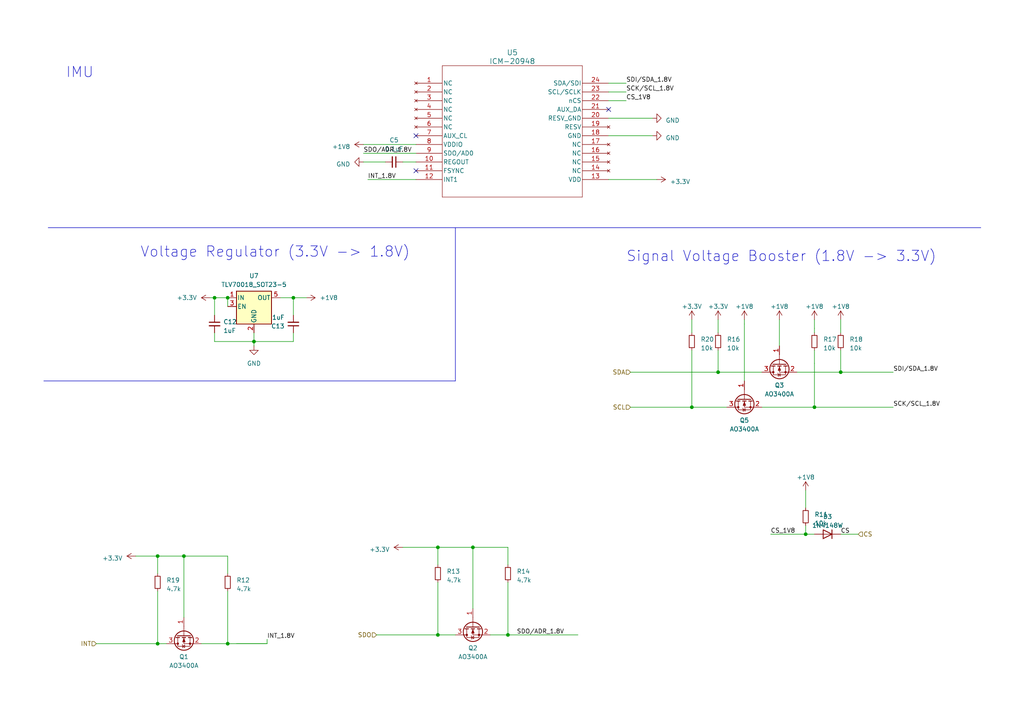
<source format=kicad_sch>
(kicad_sch (version 20230121) (generator eeschema)
  (paper "A4")
  (lib_symbols
    (symbol "2024-04-08_16-02-01:ICM-20948" (pin_names (offset 0.254))
      (property "Reference" "U5" (at 27.94 8.89 0))
      (property "Value" "ICM-20948" (at 27.94 6.35 0))
      (symbol "ICM-20948_0_1"
        (polyline (pts (xy 7.62 -33.02) (xy 48.26 -33.02)) (stroke (width 0.127)))
        (polyline (pts (xy 7.62 5.08) (xy 7.62 -33.02)) (stroke (width 0.127)))
        (polyline (pts (xy 48.26 -33.02) (xy 48.26 5.08)) (stroke (width 0.127)))
        (polyline (pts (xy 48.26 5.08) (xy 7.62 5.08)) (stroke (width 0.127)))
        (pin no_connect line (at 0 0 0) (length 7.62) (name "NC") (number "1"))
        (pin output line (at 0 -22.86 0) (length 7.62) (name "REGOUT") (number "10"))
        (pin input line (at 0 -25.4 0) (length 7.62) (name "FSYNC") (number "11"))
        (pin output line (at 0 -27.94 0) (length 7.62) (name "INT1") (number "12"))
        (pin power_in line (at 55.88 -27.94 180) (length 7.62) (name "VDD") (number "13"))
        (pin no_connect line (at 55.88 -25.4 180) (length 7.62) (name "NC") (number "14"))
        (pin no_connect line (at 55.88 -22.86 180) (length 7.62) (name "NC") (number "15"))
        (pin no_connect line (at 55.88 -20.32 180) (length 7.62) (name "NC") (number "16"))
        (pin no_connect line (at 55.88 -17.78 180) (length 7.62) (name "NC") (number "17"))
        (pin no_connect line (at 55.88 -12.7 180) (length 7.62) (name "RESV") (number "19"))
        (pin no_connect line (at 0 -2.54 0) (length 7.62) (name "NC") (number "2"))
        (pin unspecified line (at 55.88 -7.62 180) (length 7.62) (name "AUX_DA") (number "21"))
        (pin input line (at 55.88 -5.08 180) (length 7.62) (name "nCS") (number "22"))
        (pin input line (at 55.88 -2.54 180) (length 7.62) (name "SCL/SCLK") (number "23"))
        (pin input line (at 55.88 0 180) (length 7.62) (name "SDA/SDI") (number "24"))
        (pin no_connect line (at 0 -5.08 0) (length 7.62) (name "NC") (number "3"))
        (pin no_connect line (at 0 -7.62 0) (length 7.62) (name "NC") (number "4"))
        (pin no_connect line (at 0 -10.16 0) (length 7.62) (name "NC") (number "5"))
        (pin no_connect line (at 0 -12.7 0) (length 7.62) (name "NC") (number "6"))
        (pin unspecified line (at 0 -15.24 0) (length 7.62) (name "AUX_CL") (number "7"))
        (pin power_in line (at 0 -17.78 0) (length 7.62) (name "VDDIO") (number "8"))
        (pin bidirectional line (at 0 -20.32 0) (length 7.62) (name "SDO/AD0") (number "9"))
      )
      (symbol "ICM-20948_1_1"
        (pin input line (at 55.88 -15.24 180) (length 7.62) (name "GND") (number "18"))
        (pin input line (at 55.88 -10.16 180) (length 7.62) (name "RESV_GND") (number "20"))
      )
    )
    (symbol "Device:C_Small" (pin_numbers hide) (pin_names (offset 0.254) hide)
      (property "Reference" "C" (at 0.254 1.778 0))
      (property "Value" "C_Small" (at 0.254 -2.032 0))
      (symbol "C_Small_0_1"
        (polyline (pts (xy -1.524 -0.508) (xy 1.524 -0.508)) (stroke (width 0.3302)))
        (polyline (pts (xy -1.524 0.508) (xy 1.524 0.508)) (stroke (width 0.3048)))
      )
      (symbol "C_Small_1_1"
        (pin passive line (at 0 2.54 270) (length 2.032) (name "~") (number "1"))
        (pin passive line (at 0 -2.54 90) (length 2.032) (name "~") (number "2"))
      )
    )
    (symbol "Device:R_Small" (pin_numbers hide) (pin_names (offset 0.254) hide)
      (property "Reference" "R" (at 0.762 0.508 0))
      (property "Value" "R_Small" (at 0.762 -1.016 0))
      (symbol "R_Small_0_1"
        (rectangle (start -0.762 1.778) (end 0.762 -1.778) (stroke (width 0.2032)))
      )
      (symbol "R_Small_1_1"
        (pin passive line (at 0 2.54 270) (length 0.762) (name "~") (number "1"))
        (pin passive line (at 0 -2.54 90) (length 0.762) (name "~") (number "2"))
      )
    )
    (symbol "Diode:1N4148W" (pin_numbers hide) (pin_names hide)
      (property "Reference" "D" (at 0 2.54 0))
      (property "Value" "1N4148W" (at 0 -2.54 0))
      (symbol "1N4148W_0_1"
        (polyline (pts (xy -1.27 1.27) (xy -1.27 -1.27)) (stroke (width 0.254)))
        (polyline (pts (xy 1.27 0) (xy -1.27 0)))
        (polyline (pts (xy 1.27 1.27) (xy 1.27 -1.27) (xy -1.27 0) (xy 1.27 1.27)) (stroke (width 0.254)))
      )
      (symbol "1N4148W_1_1"
        (pin passive line (at -3.81 0 0) (length 2.54) (name "K") (number "1"))
        (pin passive line (at 3.81 0 180) (length 2.54) (name "A") (number "2"))
      )
    )
    (symbol "Regulator_Linear:TLV70018_SOT23-5" (pin_names (offset 0.254))
      (property "Reference" "U" (at -3.81 5.715 0))
      (property "Value" "TLV70018_SOT23-5" (at 0 5.715 0))
      (symbol "TLV70018_SOT23-5_0_1"
        (rectangle (start -5.08 4.445) (end 5.08 -5.08) (stroke (width 0.254)) (fill (type background)))
      )
      (symbol "TLV70018_SOT23-5_1_1"
        (pin power_in line (at -7.62 2.54 0) (length 2.54) (name "IN") (number "1"))
        (pin power_in line (at 0 -7.62 90) (length 2.54) (name "GND") (number "2"))
        (pin input line (at -7.62 0 0) (length 2.54) (name "EN") (number "3"))
        (pin no_connect line (at 5.08 0 180) (length 2.54) hide (name "NC") (number "4"))
        (pin power_out line (at 7.62 2.54 180) (length 2.54) (name "OUT") (number "5"))
      )
    )
    (symbol "Transistor_FET:AO3400A" (pin_names hide)
      (property "Reference" "Q" (at 5.08 1.905 0))
      (property "Value" "AO3400A" (at 5.08 0 0))
      (symbol "AO3400A_0_1"
        (polyline (pts (xy 0.254 0) (xy -2.54 0)))
        (polyline (pts (xy 0.254 1.905) (xy 0.254 -1.905)) (stroke (width 0.254)))
        (polyline (pts (xy 0.762 -1.27) (xy 0.762 -2.286)) (stroke (width 0.254)))
        (polyline (pts (xy 0.762 0.508) (xy 0.762 -0.508)) (stroke (width 0.254)))
        (polyline (pts (xy 0.762 2.286) (xy 0.762 1.27)) (stroke (width 0.254)))
        (polyline (pts (xy 2.54 2.54) (xy 2.54 1.778)))
        (polyline (pts (xy 2.54 -2.54) (xy 2.54 0) (xy 0.762 0)))
        (polyline (pts (xy 0.762 -1.778) (xy 3.302 -1.778) (xy 3.302 1.778) (xy 0.762 1.778)))
        (polyline (pts (xy 1.016 0) (xy 2.032 0.381) (xy 2.032 -0.381) (xy 1.016 0)) (fill (type outline)))
        (polyline (pts (xy 2.794 0.508) (xy 2.921 0.381) (xy 3.683 0.381) (xy 3.81 0.254)))
        (polyline (pts (xy 3.302 0.381) (xy 2.921 -0.254) (xy 3.683 -0.254) (xy 3.302 0.381)))
        (circle (center 1.651 0) (radius 2.794) (stroke (width 0.254)))
        (circle (center 2.54 -1.778) (radius 0.254) (fill (type outline)))
        (circle (center 2.54 1.778) (radius 0.254) (fill (type outline)))
      )
      (symbol "AO3400A_1_1"
        (pin input line (at -5.08 0 0) (length 2.54) (name "G") (number "1"))
        (pin passive line (at 2.54 -5.08 90) (length 2.54) (name "S") (number "2"))
        (pin passive line (at 2.54 5.08 270) (length 2.54) (name "D") (number "3"))
      )
    )
    (symbol "power:+1V8" (power) (pin_names (offset 0))
      (property "Value" "+1V8" (at 0 3.556 0))
      (symbol "+1V8_0_1"
        (polyline (pts (xy -0.762 1.27) (xy 0 2.54)))
        (polyline (pts (xy 0 0) (xy 0 2.54)))
        (polyline (pts (xy 0 2.54) (xy 0.762 1.27)))
      )
      (symbol "+1V8_1_1"
        (pin power_in line (at 0 0 90) (length 0) hide (name "+1V8") (number "1"))
      )
    )
    (symbol "power:+3.3V" (power) (pin_names (offset 0))
      (property "Value" "+3.3V" (at 0 3.556 0))
      (symbol "+3.3V_0_1"
        (polyline (pts (xy -0.762 1.27) (xy 0 2.54)))
        (polyline (pts (xy 0 0) (xy 0 2.54)))
        (polyline (pts (xy 0 2.54) (xy 0.762 1.27)))
      )
      (symbol "+3.3V_1_1"
        (pin power_in line (at 0 0 90) (length 0) hide (name "+3.3V") (number "1"))
      )
    )
    (symbol "power:GND" (power) (pin_names (offset 0))
      (property "Value" "GND" (at 0 -3.81 0))
      (symbol "GND_0_1"
        (polyline (pts (xy 0 0) (xy 0 -1.27) (xy 1.27 -1.27) (xy 0 -2.54) (xy -1.27 -1.27) (xy 0 -1.27)))
      )
      (symbol "GND_1_1"
        (pin power_in line (at 0 0 270) (length 0) hide (name "GND") (number "1"))
      )
    )
  )
  (junction (at 147.32 184.15))
  (junction (at 66.04 186.69))
  (junction (at 73.66 99.06))
  (junction (at 200.66 118.11))
  (junction (at 243.84 107.95))
  (junction (at 208.28 107.95))
  (junction (at 85.09 86.36))
  (junction (at 127 184.15))
  (junction (at 45.72 161.29))
  (junction (at 127 158.75))
  (junction (at 137.16 158.75))
  (junction (at 66.04 86.36))
  (junction (at 236.22 118.11))
  (junction (at 62.23 86.36))
  (junction (at 53.34 161.29))
  (junction (at 233.68 154.94))
  (junction (at 45.72 186.69))
  (no_connect (at 120.65 39.37))
  (no_connect (at 120.65 49.53))
  (no_connect (at 176.53 31.75))
  (wire (pts (xy 45.72 186.69) (xy 27.94 186.69)) (stroke (width 0.1524)))
  (wire (pts (xy 132.08 184.15) (xy 127 184.15)) (stroke (width 0.1524)))
  (wire (pts (xy 66.04 186.69) (xy 77.47 186.69)) (stroke (width 0.1524)))
  (wire (pts (xy 243.84 95.25) (xy 243.84 92.71)) (stroke (width 0.1524)))
  (wire (pts (xy 236.22 101.6) (xy 236.22 105.41)))
  (wire (pts (xy 45.72 171.45) (xy 45.72 186.69)) (stroke (width 0.1524)))
  (wire (pts (xy 53.34 161.29) (xy 53.34 179.07)))
  (wire (pts (xy 176.53 26.67) (xy 181.61 26.67)))
  (wire (pts (xy 208.28 107.95) (xy 182.88 107.95)) (stroke (width 0.1524)))
  (wire (pts (xy 62.23 96.52) (xy 62.23 99.06)))
  (wire (pts (xy 223.52 154.94) (xy 233.68 154.94)))
  (wire (pts (xy 243.84 154.94) (xy 248.92 154.94)) (stroke (width 0.1524)))
  (wire (pts (xy 127 184.15) (xy 109.22 184.15)) (stroke (width 0.1524)))
  (wire (pts (xy 215.9 93.98) (xy 215.9 110.49)))
  (wire (pts (xy 73.66 99.06) (xy 73.66 100.33)))
  (wire (pts (xy 200.66 92.71) (xy 200.66 96.52)) (stroke (width 0.1524)))
  (wire (pts (xy 137.16 158.75) (xy 137.16 176.53)))
  (wire (pts (xy 116.84 46.99) (xy 120.65 46.99)))
  (wire (pts (xy 81.28 86.36) (xy 85.09 86.36)))
  (wire (pts (xy 243.84 101.6) (xy 243.84 107.95)) (stroke (width 0.1524)))
  (wire (pts (xy 116.84 158.75) (xy 127 158.75)))
  (wire (pts (xy 85.09 86.36) (xy 88.9 86.36)))
  (wire (pts (xy 45.72 161.29) (xy 53.34 161.29)))
  (wire (pts (xy 147.32 184.15) (xy 167.64 184.15)) (stroke (width 0.1524)))
  (wire (pts (xy 66.04 186.69) (xy 58.42 186.69)) (stroke (width 0.1524)))
  (wire (pts (xy 127 168.91) (xy 127 184.15)) (stroke (width 0.1524)))
  (wire (pts (xy 66.04 161.29) (xy 66.04 166.37)) (stroke (width 0.1524)))
  (wire (pts (xy 127 158.75) (xy 137.16 158.75)))
  (polyline (pts (xy 12.7 110.49) (xy 132.08 110.49)))
  (wire (pts (xy 48.26 186.69) (xy 45.72 186.69)) (stroke (width 0.1524)))
  (wire (pts (xy 236.22 95.25) (xy 236.22 92.71)) (stroke (width 0.1524)))
  (wire (pts (xy 236.22 105.41) (xy 236.22 118.11)) (stroke (width 0.1524)))
  (wire (pts (xy 105.41 46.99) (xy 111.76 46.99)))
  (wire (pts (xy 233.68 152.4) (xy 233.68 154.94)))
  (wire (pts (xy 176.53 29.21) (xy 181.61 29.21)))
  (wire (pts (xy 220.98 107.95) (xy 208.28 107.95)) (stroke (width 0.1524)))
  (wire (pts (xy 215.9 93.98) (xy 215.9 92.71)) (stroke (width 0.1524)))
  (wire (pts (xy 105.41 41.91) (xy 120.65 41.91)))
  (wire (pts (xy 176.53 39.37) (xy 189.23 39.37)))
  (polyline (pts (xy 13.97 66.04) (xy 284.48 66.04)))
  (wire (pts (xy 127 158.75) (xy 127 163.83)) (stroke (width 0.1524)))
  (wire (pts (xy 226.06 92.71) (xy 226.06 100.33)))
  (wire (pts (xy 200.66 101.6) (xy 200.66 118.11)) (stroke (width 0.1524)))
  (wire (pts (xy 85.09 86.36) (xy 85.09 91.44)))
  (wire (pts (xy 147.32 168.91) (xy 147.32 184.15)) (stroke (width 0.1524)))
  (wire (pts (xy 208.28 101.6) (xy 208.28 107.95)) (stroke (width 0.1524)))
  (wire (pts (xy 66.04 171.45) (xy 66.04 186.69)) (stroke (width 0.1524)))
  (wire (pts (xy 62.23 99.06) (xy 73.66 99.06)))
  (wire (pts (xy 208.28 92.71) (xy 208.28 96.52)) (stroke (width 0.1524)))
  (wire (pts (xy 236.22 118.11) (xy 259.08 118.11)) (stroke (width 0.1524)))
  (wire (pts (xy 62.23 86.36) (xy 62.23 91.44)))
  (wire (pts (xy 77.47 185.42) (xy 77.47 186.69)))
  (wire (pts (xy 73.66 96.52) (xy 73.66 99.06)))
  (wire (pts (xy 220.98 118.11) (xy 236.22 118.11)) (stroke (width 0.1524)))
  (wire (pts (xy 39.37 161.29) (xy 45.72 161.29)))
  (wire (pts (xy 66.04 86.36) (xy 66.04 88.9)))
  (wire (pts (xy 176.53 52.07) (xy 190.5 52.07)))
  (wire (pts (xy 147.32 184.15) (xy 142.24 184.15)) (stroke (width 0.1524)))
  (wire (pts (xy 233.68 142.24) (xy 233.68 147.32)) (stroke (width 0.1524)))
  (wire (pts (xy 77.47 186.69) (xy 68.58 186.69)))
  (wire (pts (xy 200.66 118.11) (xy 182.88 118.11)) (stroke (width 0.1524)))
  (wire (pts (xy 105.41 44.45) (xy 120.65 44.45)))
  (wire (pts (xy 236.22 96.52) (xy 236.22 95.25)))
  (wire (pts (xy 176.53 34.29) (xy 189.23 34.29)))
  (wire (pts (xy 243.84 107.95) (xy 259.08 107.95)) (stroke (width 0.1524)))
  (wire (pts (xy 45.72 161.29) (xy 45.72 166.37)) (stroke (width 0.1524)))
  (wire (pts (xy 60.96 86.36) (xy 62.23 86.36)))
  (wire (pts (xy 233.68 154.94) (xy 236.22 154.94)))
  (wire (pts (xy 231.14 107.95) (xy 243.84 107.95)) (stroke (width 0.1524)))
  (wire (pts (xy 147.32 158.75) (xy 147.32 163.83)) (stroke (width 0.1524)))
  (wire (pts (xy 210.82 118.11) (xy 200.66 118.11)) (stroke (width 0.1524)))
  (wire (pts (xy 73.66 99.06) (xy 85.09 99.06)))
  (wire (pts (xy 137.16 158.75) (xy 147.32 158.75)))
  (wire (pts (xy 106.68 52.07) (xy 120.65 52.07)))
  (wire (pts (xy 176.53 24.13) (xy 181.61 24.13)))
  (wire (pts (xy 62.23 86.36) (xy 66.04 86.36)))
  (wire (pts (xy 85.09 99.06) (xy 85.09 96.52)))
  (wire (pts (xy 53.34 161.29) (xy 66.04 161.29)))
  (wire (pts (xy 243.84 95.25) (xy 243.84 96.52)))
  (polyline (pts (xy 132.08 66.04) (xy 132.08 110.49)))
  (text "IMU" (at 19.05 22.86 0) (effects (font (size 3 3)) (justify left bottom)))
  (text "Signal Voltage Booster (1.8V -> 3.3V)" (at 181.61 76.2 0) (effects (font (size 3 3)) (justify left bottom)))
  (text "Voltage Regulator (3.3V -> 1.8V)" (at 40.64 74.93 0) (effects (font (size 3 3)) (justify left bottom)))
  (label "CS_1V8" (at 181.61 29.21 0))
  (label "SDI/SDA_1.8V" (at 259.08 107.95 0) (effects (font (size 1.2446 1.2446))))
  (label "INT_1.8V" (at 77.47 185.42 0) (effects (font (size 1.2446 1.2446))))
  (label "CS" (at 243.84 154.94 0) (effects (font (size 1.2446 1.2446))))
  (label "CS_1V8" (at 223.52 154.94 0))
  (label "SDI{slash}SDA_1.8V" (at 181.61 24.13 0))
  (label "SCK{slash}SCL_1.8V" (at 181.61 26.67 0))
  (label "SDO{slash}ADR_1.8V" (at 105.41 44.45 0))
  (label "SDO/ADR_1.8V" (at 149.86 184.15 0) (effects (font (size 1.2446 1.2446))))
  (label "INT_1.8V" (at 106.68 52.07 0))
  (label "SCK/SCL_1.8V" (at 259.08 118.11 0) (effects (font (size 1.2446 1.2446))))
  (hierarchical_label "SDO" (shape input) (at 109.22 184.15 180))
  (hierarchical_label "SCL" (shape input) (at 182.88 118.11 180))
  (hierarchical_label "SDA" (shape input) (at 182.88 107.95 180))
  (hierarchical_label "INT" (shape input) (at 27.94 186.69 180))
  (hierarchical_label "CS" (shape input) (at 248.92 154.94 0))
  (symbol (lib_id "Device:R_Small") (at 208.28 99.06 0) (unit 1)
    (property "Reference" "R16" (at 210.82 98.425 0) (effects (justify left)))
    (property "Value" "10k" (at 210.82 100.965 0) (effects (justify left)))
    (property "Footprint" "Resistor_SMD:R_0805_2012Metric" (effects hide))
    (property "LCSC" "C17414" (effects hide))
  )
  (symbol (lib_id "Device:R_Small") (at 200.66 99.06 0) (unit 1)
    (property "Reference" "R20" (at 203.2 98.425 0) (effects (justify left)))
    (property "Value" "10k" (at 203.2 100.965 0) (effects (justify left)))
    (property "Footprint" "Resistor_SMD:R_0805_2012Metric" (effects hide))
    (property "LCSC" "C17414" (effects hide))
  )
  (symbol (lib_id "Device:C_Small") (at 62.23 93.98 0) (unit 1)
    (property "Reference" "C12" (at 64.77 93.3513 0) (effects (justify left)))
    (property "Value" "1uF" (at 64.77 95.8913 0) (effects (justify left)))
    (property "Footprint" "Capacitor_SMD:C_0805_2012Metric" (effects hide))
    (property "LCSC" "C28323" (effects hide))
  )
  (symbol (lib_id "Device:R_Small") (at 127 166.37 0) (unit 1)
    (property "Reference" "R13" (at 129.54 165.735 0) (effects (justify left)))
    (property "Value" "4.7k" (at 129.54 168.275 0) (effects (justify left)))
    (property "Footprint" "Resistor_SMD:R_0805_2012Metric" (effects hide))
    (property "LCSC" "C17673" (effects hide))
  )
  (symbol (lib_id "power:+3.3V") (at 208.28 92.71 0) (unit 1)
    (property "Reference" "#PWR038" (effects hide))
    (property "Value" "+3.3V" (at 208.28 88.9 0))
  )
  (symbol (lib_id "Device:R_Small") (at 66.04 168.91 0) (unit 1)
    (property "Reference" "R12" (at 68.58 168.275 0) (effects (justify left)))
    (property "Value" "4.7k" (at 68.58 170.815 0) (effects (justify left)))
    (property "Footprint" "Resistor_SMD:R_0805_2012Metric" (effects hide))
    (property "LCSC" "C17673" (effects hide))
  )
  (symbol (lib_id "power:+3.3V") (at 60.96 86.36 90) (unit 1)
    (property "Reference" "#PWR01" (effects hide))
    (property "Value" "+3.3V" (at 57.15 86.36 90) (effects (justify left)))
  )
  (symbol (lib_id "Device:R_Small") (at 233.68 149.86 0) (unit 1)
    (property "Reference" "R11" (at 236.22 149.225 0) (effects (justify left)))
    (property "Value" "10k" (at 236.22 151.765 0) (effects (justify left)))
    (property "Footprint" "Resistor_SMD:R_0805_2012Metric" (effects hide))
    (property "LCSC" "C17414" (effects hide))
  )
  (symbol (lib_id "Device:R_Small") (at 147.32 166.37 0) (unit 1)
    (property "Reference" "R14" (at 149.86 165.735 0) (effects (justify left)))
    (property "Value" "4.7k" (at 149.86 168.275 0) (effects (justify left)))
    (property "Footprint" "Resistor_SMD:R_0805_2012Metric" (effects hide))
    (property "LCSC" "C17673" (effects hide))
  )
  (symbol (lib_id "Regulator_Linear:TLV70018_SOT23-5") (at 73.66 88.9 0) (unit 1)
    (property "Reference" "U7" (at 73.66 80.01 0))
    (property "Value" "TLV70018_SOT23-5" (at 73.66 82.55 0))
    (property "Footprint" "Package_TO_SOT_SMD:SOT-23-5" (effects hide))
    (property "Datasheet" "http://www.ti.com/lit/ds/symlink/tlv700.pdf" (effects hide))
    (property "LCSC" "C79924" (effects hide))
  )
  (symbol (lib_id "power:GND") (at 105.41 46.99 270) (unit 1)
    (property "Reference" "#PWR025" (effects hide))
    (property "Value" "GND" (at 101.6 47.625 90) (effects (justify right)))
  )
  (symbol (lib_id "Transistor_FET:AO3400A") (at 53.34 184.15 90) (mirror x) (unit 1)
    (property "Reference" "Q1" (at 53.34 190.5 90))
    (property "Value" "AO3400A" (at 53.34 193.04 90))
    (property "Footprint" "Package_TO_SOT_SMD:SOT-23" (effects hide))
    (property "Datasheet" "http://www.aosmd.com/pdfs/datasheet/AO3400A.pdf" (effects hide))
    (property "LCSC" "C20917" (effects hide))
  )
  (symbol (lib_id "Device:R_Small") (at 243.84 99.06 0) (unit 1)
    (property "Reference" "R18" (at 246.38 98.425 0) (effects (justify left)))
    (property "Value" "10k" (at 246.38 100.965 0) (effects (justify left)))
    (property "Footprint" "Resistor_SMD:R_0805_2012Metric" (effects hide))
    (property "LCSC" "C17414" (effects hide))
  )
  (symbol (lib_id "Device:C_Small") (at 114.3 46.99 270) (unit 1)
    (property "Reference" "C5" (at 114.2936 40.64 90))
    (property "Value" "0.1uF" (at 114.2936 43.18 90))
    (property "Footprint" "Capacitor_SMD:C_0805_2012Metric" (effects hide))
    (property "LCSC" "C49678" (effects hide))
  )
  (symbol (lib_id "power:+3.3V") (at 39.37 161.29 90) (unit 1)
    (property "Reference" "#PWR035" (effects hide))
    (property "Value" "+3.3V" (at 35.56 161.925 90) (effects (justify left)))
  )
  (symbol (lib_id "Transistor_FET:AO3400A") (at 137.16 181.61 90) (mirror x) (unit 1)
    (property "Reference" "Q2" (at 137.16 187.96 90))
    (property "Value" "AO3400A" (at 137.16 190.5 90))
    (property "Footprint" "Package_TO_SOT_SMD:SOT-23" (effects hide))
    (property "Datasheet" "http://www.aosmd.com/pdfs/datasheet/AO3400A.pdf" (effects hide))
    (property "LCSC" "C20917" (effects hide))
  )
  (symbol (lib_id "power:+1V8") (at 88.9 86.36 270) (unit 1)
    (property "Reference" "#PWR045" (effects hide))
    (property "Value" "+1V8" (at 92.71 86.36 90) (effects (justify left)))
  )
  (symbol (lib_id "Device:R_Small") (at 45.72 168.91 0) (unit 1)
    (property "Reference" "R19" (at 48.26 168.275 0) (effects (justify left)))
    (property "Value" "4.7k" (at 48.26 170.815 0) (effects (justify left)))
    (property "Footprint" "Resistor_SMD:R_0805_2012Metric" (effects hide))
    (property "LCSC" "C17673" (effects hide))
  )
  (symbol (lib_id "power:+1V8") (at 215.9 92.71 0) (unit 1)
    (property "Reference" "#PWR039" (effects hide))
    (property "Value" "+1V8" (at 215.9 88.9 0))
  )
  (symbol (lib_id "power:+3.3V") (at 116.84 158.75 90) (unit 1)
    (property "Reference" "#PWR036" (effects hide))
    (property "Value" "+3.3V" (at 113.03 159.385 90) (effects (justify left)))
  )
  (symbol (lib_id "power:GND") (at 189.23 34.29 90) (unit 1)
    (property "Reference" "#PWR026" (effects hide))
    (property "Value" "GND" (at 193.04 34.925 90) (effects (justify right)))
  )
  (symbol (lib_id "Transistor_FET:AO3400A") (at 226.06 105.41 90) (mirror x) (unit 1)
    (property "Reference" "Q3" (at 226.06 111.76 90))
    (property "Value" "AO3400A" (at 226.06 114.3 90))
    (property "Footprint" "Package_TO_SOT_SMD:SOT-23" (effects hide))
    (property "Datasheet" "http://www.aosmd.com/pdfs/datasheet/AO3400A.pdf" (effects hide))
    (property "LCSC" "C20917" (effects hide))
  )
  (symbol (lib_id "power:+3.3V") (at 190.5 52.07 270) (unit 1)
    (property "Reference" "#PWR029" (effects hide))
    (property "Value" "+3.3V" (at 194.31 52.705 90) (effects (justify left)))
  )
  (symbol (lib_id "power:+1V8") (at 105.41 41.91 90) (unit 1)
    (property "Reference" "#PWR024" (effects hide))
    (property "Value" "+1V8" (at 101.6 42.545 90) (effects (justify left)))
  )
  (symbol (lib_id "power:GND") (at 189.23 39.37 90) (unit 1)
    (property "Reference" "#PWR027" (effects hide))
    (property "Value" "GND" (at 193.04 40.005 90) (effects (justify right)))
  )
  (symbol (lib_id "power:+3.3V") (at 200.66 92.71 0) (unit 1)
    (property "Reference" "#PWR037" (effects hide))
    (property "Value" "+3.3V" (at 200.66 88.9 0))
  )
  (symbol (lib_id "power:+1V8") (at 236.22 92.71 0) (unit 1)
    (property "Reference" "#PWR041" (effects hide))
    (property "Value" "+1V8" (at 236.22 88.9 0))
  )
  (symbol (lib_id "power:+1V8") (at 226.06 92.71 0) (unit 1)
    (property "Reference" "#PWR040" (effects hide))
    (property "Value" "+1V8" (at 226.06 88.9 0))
  )
  (symbol (lib_id "2024-04-08_16-02-01:ICM-20948") (at 120.65 24.13 0) (unit 1)
    (property "Reference" "U5" (at 148.59 15.24 0) (effects (font (size 1.524 1.524))))
    (property "Value" "ICM-20948" (at 148.59 17.78 0) (effects (font (size 1.524 1.524))))
    (property "Footprint" "local:QFN24_3X3X0P9_IVS" (effects hide))
    (property "Datasheet" "ICM-20948" (effects hide))
    (property "LCSC" "C726001" (effects hide))
  )
  (symbol (lib_id "power:+1V8") (at 243.84 92.71 0) (unit 1)
    (property "Reference" "#PWR042" (effects hide))
    (property "Value" "+1V8" (at 243.84 88.9 0))
  )
  (symbol (lib_id "power:GND") (at 73.66 100.33 0) (unit 1)
    (property "Reference" "#PWR05" (effects hide))
    (property "Value" "GND" (at 73.66 105.41 0))
  )
  (symbol (lib_id "Diode:1N4148W") (at 240.03 154.94 180) (unit 1)
    (property "Reference" "D3" (at 240.03 149.86 0))
    (property "Value" "1N4148W" (at 240.03 152.4 0))
    (property "Footprint" "Diode_SMD:D_SOD-123" (effects hide))
    (property "Datasheet" "https://www.vishay.com/docs/85748/1n4148w.pdf" (effects hide))
    (property "Sim.Device" "D" (effects hide))
    (property "Sim.Pins" "1=K 2=A" (effects hide))
    (property "LCSC" "C81598" (effects hide))
  )
  (symbol (lib_id "Device:R_Small") (at 236.22 99.06 0) (unit 1)
    (property "Reference" "R17" (at 238.76 98.425 0) (effects (justify left)))
    (property "Value" "10k" (at 238.76 100.965 0) (effects (justify left)))
    (property "Footprint" "Resistor_SMD:R_0805_2012Metric" (effects hide))
    (property "LCSC" "C17414" (effects hide))
  )
  (symbol (lib_id "power:+1V8") (at 233.68 142.24 0) (unit 1)
    (property "Reference" "#PWR030" (effects hide))
    (property "Value" "+1V8" (at 233.68 138.43 0))
  )
  (symbol (lib_id "Device:C_Small") (at 85.09 93.98 180) (unit 1)
    (property "Reference" "C13" (at 82.55 94.6087 0) (effects (justify left)))
    (property "Value" "1uF" (at 82.55 92.0687 0) (effects (justify left)))
    (property "Footprint" "Capacitor_SMD:C_0805_2012Metric" (effects hide))
    (property "LCSC" "C28323" (effects hide))
  )
  (symbol (lib_id "Transistor_FET:AO3400A") (at 215.9 115.57 90) (mirror x) (unit 1)
    (property "Reference" "Q5" (at 215.9 121.92 90))
    (property "Value" "AO3400A" (at 215.9 124.46 90))
    (property "Footprint" "Package_TO_SOT_SMD:SOT-23" (effects hide))
    (property "Datasheet" "http://www.aosmd.com/pdfs/datasheet/AO3400A.pdf" (effects hide))
    (property "LCSC" "C20917" (effects hide))
  )
)
</source>
